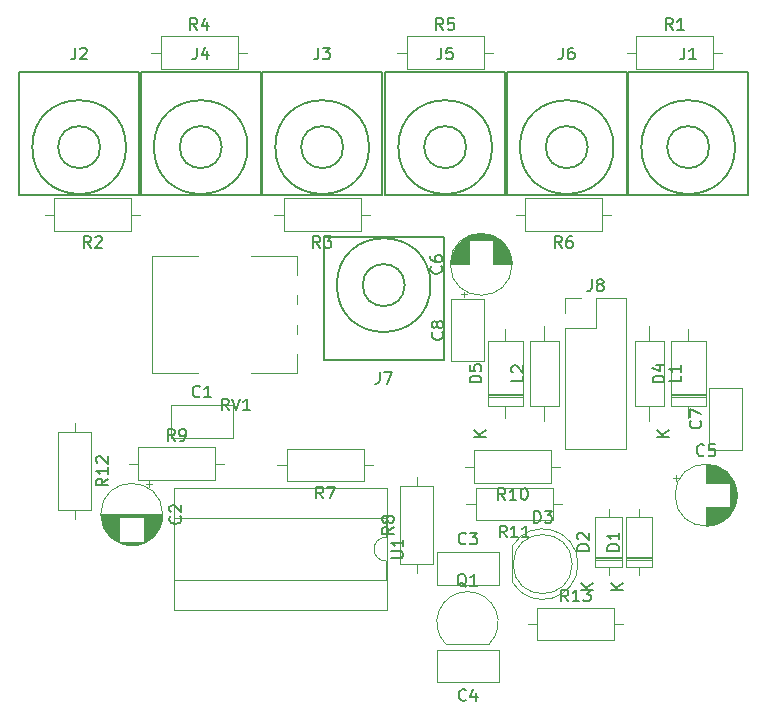
<source format=gto>
G04 #@! TF.GenerationSoftware,KiCad,Pcbnew,(5.0.2)-1*
G04 #@! TF.CreationDate,2019-03-15T10:50:12+00:00*
G04 #@! TF.ProjectId,mixer,6d697865-722e-46b6-9963-61645f706362,rev?*
G04 #@! TF.SameCoordinates,Original*
G04 #@! TF.FileFunction,Legend,Top*
G04 #@! TF.FilePolarity,Positive*
%FSLAX46Y46*%
G04 Gerber Fmt 4.6, Leading zero omitted, Abs format (unit mm)*
G04 Created by KiCad (PCBNEW (5.0.2)-1) date 15/03/2019 10:50:12*
%MOMM*%
%LPD*%
G01*
G04 APERTURE LIST*
%ADD10C,0.150000*%
%ADD11C,0.120000*%
G04 APERTURE END LIST*
D10*
G04 #@! TO.C,J1*
X111887000Y-18034000D02*
X122047000Y-18034000D01*
X122047000Y-18034000D02*
X122047000Y-28448000D01*
X122047000Y-28448000D02*
X111887000Y-28448000D01*
X111887000Y-28448000D02*
X111887000Y-18034000D01*
X120934607Y-24384000D02*
G75*
G03X120934607Y-24384000I-3967607J0D01*
G01*
X118745000Y-24384000D02*
G75*
G03X118745000Y-24384000I-1778000J0D01*
G01*
G04 #@! TO.C,J2*
X67183000Y-24384000D02*
G75*
G03X67183000Y-24384000I-1778000J0D01*
G01*
X69372607Y-24384000D02*
G75*
G03X69372607Y-24384000I-3967607J0D01*
G01*
X60325000Y-28448000D02*
X60325000Y-18034000D01*
X70485000Y-28448000D02*
X60325000Y-28448000D01*
X70485000Y-18034000D02*
X70485000Y-28448000D01*
X60325000Y-18034000D02*
X70485000Y-18034000D01*
G04 #@! TO.C,J3*
X80899000Y-18034000D02*
X91059000Y-18034000D01*
X91059000Y-18034000D02*
X91059000Y-28448000D01*
X91059000Y-28448000D02*
X80899000Y-28448000D01*
X80899000Y-28448000D02*
X80899000Y-18034000D01*
X89946607Y-24384000D02*
G75*
G03X89946607Y-24384000I-3967607J0D01*
G01*
X87757000Y-24384000D02*
G75*
G03X87757000Y-24384000I-1778000J0D01*
G01*
G04 #@! TO.C,J4*
X77470000Y-24384000D02*
G75*
G03X77470000Y-24384000I-1778000J0D01*
G01*
X79659607Y-24384000D02*
G75*
G03X79659607Y-24384000I-3967607J0D01*
G01*
X70612000Y-28448000D02*
X70612000Y-18034000D01*
X80772000Y-28448000D02*
X70612000Y-28448000D01*
X80772000Y-18034000D02*
X80772000Y-28448000D01*
X70612000Y-18034000D02*
X80772000Y-18034000D01*
G04 #@! TO.C,J5*
X91313000Y-18034000D02*
X101473000Y-18034000D01*
X101473000Y-18034000D02*
X101473000Y-28448000D01*
X101473000Y-28448000D02*
X91313000Y-28448000D01*
X91313000Y-28448000D02*
X91313000Y-18034000D01*
X100360607Y-24384000D02*
G75*
G03X100360607Y-24384000I-3967607J0D01*
G01*
X98171000Y-24384000D02*
G75*
G03X98171000Y-24384000I-1778000J0D01*
G01*
G04 #@! TO.C,J6*
X108458000Y-24384000D02*
G75*
G03X108458000Y-24384000I-1778000J0D01*
G01*
X110647607Y-24384000D02*
G75*
G03X110647607Y-24384000I-3967607J0D01*
G01*
X101600000Y-28448000D02*
X101600000Y-18034000D01*
X111760000Y-28448000D02*
X101600000Y-28448000D01*
X111760000Y-18034000D02*
X111760000Y-28448000D01*
X101600000Y-18034000D02*
X111760000Y-18034000D01*
G04 #@! TO.C,J7*
X96266000Y-42418000D02*
X86106000Y-42418000D01*
X86106000Y-42418000D02*
X86106000Y-32004000D01*
X86106000Y-32004000D02*
X96266000Y-32004000D01*
X96266000Y-32004000D02*
X96266000Y-42418000D01*
X95153607Y-36068000D02*
G75*
G03X95153607Y-36068000I-3967607J0D01*
G01*
X92964000Y-36068000D02*
G75*
G03X92964000Y-36068000I-1778000J0D01*
G01*
D11*
G04 #@! TO.C,C1*
X73179000Y-46255000D02*
X78419000Y-46255000D01*
X73179000Y-48995000D02*
X78419000Y-48995000D01*
X73179000Y-46255000D02*
X73179000Y-48995000D01*
X78419000Y-46255000D02*
X78419000Y-48995000D01*
G04 #@! TO.C,C2*
X72470000Y-55479000D02*
G75*
G03X72470000Y-55479000I-2620000J0D01*
G01*
X72430000Y-55479000D02*
X67270000Y-55479000D01*
X72430000Y-55519000D02*
X67270000Y-55519000D01*
X72429000Y-55559000D02*
X67271000Y-55559000D01*
X72428000Y-55599000D02*
X67272000Y-55599000D01*
X72426000Y-55639000D02*
X67274000Y-55639000D01*
X72423000Y-55679000D02*
X67277000Y-55679000D01*
X72419000Y-55719000D02*
X70890000Y-55719000D01*
X68810000Y-55719000D02*
X67281000Y-55719000D01*
X72415000Y-55759000D02*
X70890000Y-55759000D01*
X68810000Y-55759000D02*
X67285000Y-55759000D01*
X72411000Y-55799000D02*
X70890000Y-55799000D01*
X68810000Y-55799000D02*
X67289000Y-55799000D01*
X72406000Y-55839000D02*
X70890000Y-55839000D01*
X68810000Y-55839000D02*
X67294000Y-55839000D01*
X72400000Y-55879000D02*
X70890000Y-55879000D01*
X68810000Y-55879000D02*
X67300000Y-55879000D01*
X72393000Y-55919000D02*
X70890000Y-55919000D01*
X68810000Y-55919000D02*
X67307000Y-55919000D01*
X72386000Y-55959000D02*
X70890000Y-55959000D01*
X68810000Y-55959000D02*
X67314000Y-55959000D01*
X72378000Y-55999000D02*
X70890000Y-55999000D01*
X68810000Y-55999000D02*
X67322000Y-55999000D01*
X72370000Y-56039000D02*
X70890000Y-56039000D01*
X68810000Y-56039000D02*
X67330000Y-56039000D01*
X72361000Y-56079000D02*
X70890000Y-56079000D01*
X68810000Y-56079000D02*
X67339000Y-56079000D01*
X72351000Y-56119000D02*
X70890000Y-56119000D01*
X68810000Y-56119000D02*
X67349000Y-56119000D01*
X72341000Y-56159000D02*
X70890000Y-56159000D01*
X68810000Y-56159000D02*
X67359000Y-56159000D01*
X72330000Y-56200000D02*
X70890000Y-56200000D01*
X68810000Y-56200000D02*
X67370000Y-56200000D01*
X72318000Y-56240000D02*
X70890000Y-56240000D01*
X68810000Y-56240000D02*
X67382000Y-56240000D01*
X72305000Y-56280000D02*
X70890000Y-56280000D01*
X68810000Y-56280000D02*
X67395000Y-56280000D01*
X72292000Y-56320000D02*
X70890000Y-56320000D01*
X68810000Y-56320000D02*
X67408000Y-56320000D01*
X72278000Y-56360000D02*
X70890000Y-56360000D01*
X68810000Y-56360000D02*
X67422000Y-56360000D01*
X72264000Y-56400000D02*
X70890000Y-56400000D01*
X68810000Y-56400000D02*
X67436000Y-56400000D01*
X72248000Y-56440000D02*
X70890000Y-56440000D01*
X68810000Y-56440000D02*
X67452000Y-56440000D01*
X72232000Y-56480000D02*
X70890000Y-56480000D01*
X68810000Y-56480000D02*
X67468000Y-56480000D01*
X72215000Y-56520000D02*
X70890000Y-56520000D01*
X68810000Y-56520000D02*
X67485000Y-56520000D01*
X72198000Y-56560000D02*
X70890000Y-56560000D01*
X68810000Y-56560000D02*
X67502000Y-56560000D01*
X72179000Y-56600000D02*
X70890000Y-56600000D01*
X68810000Y-56600000D02*
X67521000Y-56600000D01*
X72160000Y-56640000D02*
X70890000Y-56640000D01*
X68810000Y-56640000D02*
X67540000Y-56640000D01*
X72140000Y-56680000D02*
X70890000Y-56680000D01*
X68810000Y-56680000D02*
X67560000Y-56680000D01*
X72118000Y-56720000D02*
X70890000Y-56720000D01*
X68810000Y-56720000D02*
X67582000Y-56720000D01*
X72097000Y-56760000D02*
X70890000Y-56760000D01*
X68810000Y-56760000D02*
X67603000Y-56760000D01*
X72074000Y-56800000D02*
X70890000Y-56800000D01*
X68810000Y-56800000D02*
X67626000Y-56800000D01*
X72050000Y-56840000D02*
X70890000Y-56840000D01*
X68810000Y-56840000D02*
X67650000Y-56840000D01*
X72025000Y-56880000D02*
X70890000Y-56880000D01*
X68810000Y-56880000D02*
X67675000Y-56880000D01*
X71999000Y-56920000D02*
X70890000Y-56920000D01*
X68810000Y-56920000D02*
X67701000Y-56920000D01*
X71972000Y-56960000D02*
X70890000Y-56960000D01*
X68810000Y-56960000D02*
X67728000Y-56960000D01*
X71945000Y-57000000D02*
X70890000Y-57000000D01*
X68810000Y-57000000D02*
X67755000Y-57000000D01*
X71915000Y-57040000D02*
X70890000Y-57040000D01*
X68810000Y-57040000D02*
X67785000Y-57040000D01*
X71885000Y-57080000D02*
X70890000Y-57080000D01*
X68810000Y-57080000D02*
X67815000Y-57080000D01*
X71854000Y-57120000D02*
X70890000Y-57120000D01*
X68810000Y-57120000D02*
X67846000Y-57120000D01*
X71821000Y-57160000D02*
X70890000Y-57160000D01*
X68810000Y-57160000D02*
X67879000Y-57160000D01*
X71787000Y-57200000D02*
X70890000Y-57200000D01*
X68810000Y-57200000D02*
X67913000Y-57200000D01*
X71751000Y-57240000D02*
X70890000Y-57240000D01*
X68810000Y-57240000D02*
X67949000Y-57240000D01*
X71714000Y-57280000D02*
X70890000Y-57280000D01*
X68810000Y-57280000D02*
X67986000Y-57280000D01*
X71676000Y-57320000D02*
X70890000Y-57320000D01*
X68810000Y-57320000D02*
X68024000Y-57320000D01*
X71635000Y-57360000D02*
X70890000Y-57360000D01*
X68810000Y-57360000D02*
X68065000Y-57360000D01*
X71593000Y-57400000D02*
X70890000Y-57400000D01*
X68810000Y-57400000D02*
X68107000Y-57400000D01*
X71549000Y-57440000D02*
X70890000Y-57440000D01*
X68810000Y-57440000D02*
X68151000Y-57440000D01*
X71503000Y-57480000D02*
X70890000Y-57480000D01*
X68810000Y-57480000D02*
X68197000Y-57480000D01*
X71455000Y-57520000D02*
X70890000Y-57520000D01*
X68810000Y-57520000D02*
X68245000Y-57520000D01*
X71404000Y-57560000D02*
X70890000Y-57560000D01*
X68810000Y-57560000D02*
X68296000Y-57560000D01*
X71350000Y-57600000D02*
X70890000Y-57600000D01*
X68810000Y-57600000D02*
X68350000Y-57600000D01*
X71293000Y-57640000D02*
X70890000Y-57640000D01*
X68810000Y-57640000D02*
X68407000Y-57640000D01*
X71233000Y-57680000D02*
X70890000Y-57680000D01*
X68810000Y-57680000D02*
X68467000Y-57680000D01*
X71169000Y-57720000D02*
X70890000Y-57720000D01*
X68810000Y-57720000D02*
X68531000Y-57720000D01*
X71101000Y-57760000D02*
X70890000Y-57760000D01*
X68810000Y-57760000D02*
X68599000Y-57760000D01*
X71028000Y-57800000D02*
X68672000Y-57800000D01*
X70948000Y-57840000D02*
X68752000Y-57840000D01*
X70861000Y-57880000D02*
X68839000Y-57880000D01*
X70765000Y-57920000D02*
X68935000Y-57920000D01*
X70655000Y-57960000D02*
X69045000Y-57960000D01*
X70527000Y-58000000D02*
X69173000Y-58000000D01*
X70368000Y-58040000D02*
X69332000Y-58040000D01*
X70134000Y-58080000D02*
X69566000Y-58080000D01*
X71325000Y-52674225D02*
X71325000Y-53174225D01*
X71575000Y-52924225D02*
X71075000Y-52924225D01*
G04 #@! TO.C,C3*
X95698000Y-58701000D02*
X100938000Y-58701000D01*
X95698000Y-61441000D02*
X100938000Y-61441000D01*
X95698000Y-58701000D02*
X95698000Y-61441000D01*
X100938000Y-58701000D02*
X100938000Y-61441000D01*
G04 #@! TO.C,C4*
X95698000Y-69696000D02*
X95698000Y-66956000D01*
X100938000Y-69696000D02*
X100938000Y-66956000D01*
X100938000Y-66956000D02*
X95698000Y-66956000D01*
X100938000Y-69696000D02*
X95698000Y-69696000D01*
G04 #@! TO.C,C5*
X121095000Y-53848000D02*
G75*
G03X121095000Y-53848000I-2620000J0D01*
G01*
X118475000Y-54888000D02*
X118475000Y-56428000D01*
X118475000Y-51268000D02*
X118475000Y-52808000D01*
X118515000Y-54888000D02*
X118515000Y-56428000D01*
X118515000Y-51268000D02*
X118515000Y-52808000D01*
X118555000Y-51269000D02*
X118555000Y-52808000D01*
X118555000Y-54888000D02*
X118555000Y-56427000D01*
X118595000Y-51270000D02*
X118595000Y-52808000D01*
X118595000Y-54888000D02*
X118595000Y-56426000D01*
X118635000Y-51272000D02*
X118635000Y-52808000D01*
X118635000Y-54888000D02*
X118635000Y-56424000D01*
X118675000Y-51275000D02*
X118675000Y-52808000D01*
X118675000Y-54888000D02*
X118675000Y-56421000D01*
X118715000Y-51279000D02*
X118715000Y-52808000D01*
X118715000Y-54888000D02*
X118715000Y-56417000D01*
X118755000Y-51283000D02*
X118755000Y-52808000D01*
X118755000Y-54888000D02*
X118755000Y-56413000D01*
X118795000Y-51287000D02*
X118795000Y-52808000D01*
X118795000Y-54888000D02*
X118795000Y-56409000D01*
X118835000Y-51292000D02*
X118835000Y-52808000D01*
X118835000Y-54888000D02*
X118835000Y-56404000D01*
X118875000Y-51298000D02*
X118875000Y-52808000D01*
X118875000Y-54888000D02*
X118875000Y-56398000D01*
X118915000Y-51305000D02*
X118915000Y-52808000D01*
X118915000Y-54888000D02*
X118915000Y-56391000D01*
X118955000Y-51312000D02*
X118955000Y-52808000D01*
X118955000Y-54888000D02*
X118955000Y-56384000D01*
X118995000Y-51320000D02*
X118995000Y-52808000D01*
X118995000Y-54888000D02*
X118995000Y-56376000D01*
X119035000Y-51328000D02*
X119035000Y-52808000D01*
X119035000Y-54888000D02*
X119035000Y-56368000D01*
X119075000Y-51337000D02*
X119075000Y-52808000D01*
X119075000Y-54888000D02*
X119075000Y-56359000D01*
X119115000Y-51347000D02*
X119115000Y-52808000D01*
X119115000Y-54888000D02*
X119115000Y-56349000D01*
X119155000Y-51357000D02*
X119155000Y-52808000D01*
X119155000Y-54888000D02*
X119155000Y-56339000D01*
X119196000Y-51368000D02*
X119196000Y-52808000D01*
X119196000Y-54888000D02*
X119196000Y-56328000D01*
X119236000Y-51380000D02*
X119236000Y-52808000D01*
X119236000Y-54888000D02*
X119236000Y-56316000D01*
X119276000Y-51393000D02*
X119276000Y-52808000D01*
X119276000Y-54888000D02*
X119276000Y-56303000D01*
X119316000Y-51406000D02*
X119316000Y-52808000D01*
X119316000Y-54888000D02*
X119316000Y-56290000D01*
X119356000Y-51420000D02*
X119356000Y-52808000D01*
X119356000Y-54888000D02*
X119356000Y-56276000D01*
X119396000Y-51434000D02*
X119396000Y-52808000D01*
X119396000Y-54888000D02*
X119396000Y-56262000D01*
X119436000Y-51450000D02*
X119436000Y-52808000D01*
X119436000Y-54888000D02*
X119436000Y-56246000D01*
X119476000Y-51466000D02*
X119476000Y-52808000D01*
X119476000Y-54888000D02*
X119476000Y-56230000D01*
X119516000Y-51483000D02*
X119516000Y-52808000D01*
X119516000Y-54888000D02*
X119516000Y-56213000D01*
X119556000Y-51500000D02*
X119556000Y-52808000D01*
X119556000Y-54888000D02*
X119556000Y-56196000D01*
X119596000Y-51519000D02*
X119596000Y-52808000D01*
X119596000Y-54888000D02*
X119596000Y-56177000D01*
X119636000Y-51538000D02*
X119636000Y-52808000D01*
X119636000Y-54888000D02*
X119636000Y-56158000D01*
X119676000Y-51558000D02*
X119676000Y-52808000D01*
X119676000Y-54888000D02*
X119676000Y-56138000D01*
X119716000Y-51580000D02*
X119716000Y-52808000D01*
X119716000Y-54888000D02*
X119716000Y-56116000D01*
X119756000Y-51601000D02*
X119756000Y-52808000D01*
X119756000Y-54888000D02*
X119756000Y-56095000D01*
X119796000Y-51624000D02*
X119796000Y-52808000D01*
X119796000Y-54888000D02*
X119796000Y-56072000D01*
X119836000Y-51648000D02*
X119836000Y-52808000D01*
X119836000Y-54888000D02*
X119836000Y-56048000D01*
X119876000Y-51673000D02*
X119876000Y-52808000D01*
X119876000Y-54888000D02*
X119876000Y-56023000D01*
X119916000Y-51699000D02*
X119916000Y-52808000D01*
X119916000Y-54888000D02*
X119916000Y-55997000D01*
X119956000Y-51726000D02*
X119956000Y-52808000D01*
X119956000Y-54888000D02*
X119956000Y-55970000D01*
X119996000Y-51753000D02*
X119996000Y-52808000D01*
X119996000Y-54888000D02*
X119996000Y-55943000D01*
X120036000Y-51783000D02*
X120036000Y-52808000D01*
X120036000Y-54888000D02*
X120036000Y-55913000D01*
X120076000Y-51813000D02*
X120076000Y-52808000D01*
X120076000Y-54888000D02*
X120076000Y-55883000D01*
X120116000Y-51844000D02*
X120116000Y-52808000D01*
X120116000Y-54888000D02*
X120116000Y-55852000D01*
X120156000Y-51877000D02*
X120156000Y-52808000D01*
X120156000Y-54888000D02*
X120156000Y-55819000D01*
X120196000Y-51911000D02*
X120196000Y-52808000D01*
X120196000Y-54888000D02*
X120196000Y-55785000D01*
X120236000Y-51947000D02*
X120236000Y-52808000D01*
X120236000Y-54888000D02*
X120236000Y-55749000D01*
X120276000Y-51984000D02*
X120276000Y-52808000D01*
X120276000Y-54888000D02*
X120276000Y-55712000D01*
X120316000Y-52022000D02*
X120316000Y-52808000D01*
X120316000Y-54888000D02*
X120316000Y-55674000D01*
X120356000Y-52063000D02*
X120356000Y-52808000D01*
X120356000Y-54888000D02*
X120356000Y-55633000D01*
X120396000Y-52105000D02*
X120396000Y-52808000D01*
X120396000Y-54888000D02*
X120396000Y-55591000D01*
X120436000Y-52149000D02*
X120436000Y-52808000D01*
X120436000Y-54888000D02*
X120436000Y-55547000D01*
X120476000Y-52195000D02*
X120476000Y-52808000D01*
X120476000Y-54888000D02*
X120476000Y-55501000D01*
X120516000Y-52243000D02*
X120516000Y-55453000D01*
X120556000Y-52294000D02*
X120556000Y-55402000D01*
X120596000Y-52348000D02*
X120596000Y-55348000D01*
X120636000Y-52405000D02*
X120636000Y-55291000D01*
X120676000Y-52465000D02*
X120676000Y-55231000D01*
X120716000Y-52529000D02*
X120716000Y-55167000D01*
X120756000Y-52597000D02*
X120756000Y-55099000D01*
X120796000Y-52670000D02*
X120796000Y-55026000D01*
X120836000Y-52750000D02*
X120836000Y-54946000D01*
X120876000Y-52837000D02*
X120876000Y-54859000D01*
X120916000Y-52933000D02*
X120916000Y-54763000D01*
X120956000Y-53043000D02*
X120956000Y-54653000D01*
X120996000Y-53171000D02*
X120996000Y-54525000D01*
X121036000Y-53330000D02*
X121036000Y-54366000D01*
X121076000Y-53564000D02*
X121076000Y-54132000D01*
X115670225Y-52373000D02*
X116170225Y-52373000D01*
X115920225Y-52123000D02*
X115920225Y-52623000D01*
G04 #@! TO.C,C6*
X97716000Y-36860775D02*
X98216000Y-36860775D01*
X97966000Y-37110775D02*
X97966000Y-36610775D01*
X99157000Y-31705000D02*
X99725000Y-31705000D01*
X98923000Y-31745000D02*
X99959000Y-31745000D01*
X98764000Y-31785000D02*
X100118000Y-31785000D01*
X98636000Y-31825000D02*
X100246000Y-31825000D01*
X98526000Y-31865000D02*
X100356000Y-31865000D01*
X98430000Y-31905000D02*
X100452000Y-31905000D01*
X98343000Y-31945000D02*
X100539000Y-31945000D01*
X98263000Y-31985000D02*
X100619000Y-31985000D01*
X98190000Y-32025000D02*
X100692000Y-32025000D01*
X98122000Y-32065000D02*
X100760000Y-32065000D01*
X98058000Y-32105000D02*
X100824000Y-32105000D01*
X97998000Y-32145000D02*
X100884000Y-32145000D01*
X97941000Y-32185000D02*
X100941000Y-32185000D01*
X97887000Y-32225000D02*
X100995000Y-32225000D01*
X97836000Y-32265000D02*
X101046000Y-32265000D01*
X100481000Y-32305000D02*
X101094000Y-32305000D01*
X97788000Y-32305000D02*
X98401000Y-32305000D01*
X100481000Y-32345000D02*
X101140000Y-32345000D01*
X97742000Y-32345000D02*
X98401000Y-32345000D01*
X100481000Y-32385000D02*
X101184000Y-32385000D01*
X97698000Y-32385000D02*
X98401000Y-32385000D01*
X100481000Y-32425000D02*
X101226000Y-32425000D01*
X97656000Y-32425000D02*
X98401000Y-32425000D01*
X100481000Y-32465000D02*
X101267000Y-32465000D01*
X97615000Y-32465000D02*
X98401000Y-32465000D01*
X100481000Y-32505000D02*
X101305000Y-32505000D01*
X97577000Y-32505000D02*
X98401000Y-32505000D01*
X100481000Y-32545000D02*
X101342000Y-32545000D01*
X97540000Y-32545000D02*
X98401000Y-32545000D01*
X100481000Y-32585000D02*
X101378000Y-32585000D01*
X97504000Y-32585000D02*
X98401000Y-32585000D01*
X100481000Y-32625000D02*
X101412000Y-32625000D01*
X97470000Y-32625000D02*
X98401000Y-32625000D01*
X100481000Y-32665000D02*
X101445000Y-32665000D01*
X97437000Y-32665000D02*
X98401000Y-32665000D01*
X100481000Y-32705000D02*
X101476000Y-32705000D01*
X97406000Y-32705000D02*
X98401000Y-32705000D01*
X100481000Y-32745000D02*
X101506000Y-32745000D01*
X97376000Y-32745000D02*
X98401000Y-32745000D01*
X100481000Y-32785000D02*
X101536000Y-32785000D01*
X97346000Y-32785000D02*
X98401000Y-32785000D01*
X100481000Y-32825000D02*
X101563000Y-32825000D01*
X97319000Y-32825000D02*
X98401000Y-32825000D01*
X100481000Y-32865000D02*
X101590000Y-32865000D01*
X97292000Y-32865000D02*
X98401000Y-32865000D01*
X100481000Y-32905000D02*
X101616000Y-32905000D01*
X97266000Y-32905000D02*
X98401000Y-32905000D01*
X100481000Y-32945000D02*
X101641000Y-32945000D01*
X97241000Y-32945000D02*
X98401000Y-32945000D01*
X100481000Y-32985000D02*
X101665000Y-32985000D01*
X97217000Y-32985000D02*
X98401000Y-32985000D01*
X100481000Y-33025000D02*
X101688000Y-33025000D01*
X97194000Y-33025000D02*
X98401000Y-33025000D01*
X100481000Y-33065000D02*
X101709000Y-33065000D01*
X97173000Y-33065000D02*
X98401000Y-33065000D01*
X100481000Y-33105000D02*
X101731000Y-33105000D01*
X97151000Y-33105000D02*
X98401000Y-33105000D01*
X100481000Y-33145000D02*
X101751000Y-33145000D01*
X97131000Y-33145000D02*
X98401000Y-33145000D01*
X100481000Y-33185000D02*
X101770000Y-33185000D01*
X97112000Y-33185000D02*
X98401000Y-33185000D01*
X100481000Y-33225000D02*
X101789000Y-33225000D01*
X97093000Y-33225000D02*
X98401000Y-33225000D01*
X100481000Y-33265000D02*
X101806000Y-33265000D01*
X97076000Y-33265000D02*
X98401000Y-33265000D01*
X100481000Y-33305000D02*
X101823000Y-33305000D01*
X97059000Y-33305000D02*
X98401000Y-33305000D01*
X100481000Y-33345000D02*
X101839000Y-33345000D01*
X97043000Y-33345000D02*
X98401000Y-33345000D01*
X100481000Y-33385000D02*
X101855000Y-33385000D01*
X97027000Y-33385000D02*
X98401000Y-33385000D01*
X100481000Y-33425000D02*
X101869000Y-33425000D01*
X97013000Y-33425000D02*
X98401000Y-33425000D01*
X100481000Y-33465000D02*
X101883000Y-33465000D01*
X96999000Y-33465000D02*
X98401000Y-33465000D01*
X100481000Y-33505000D02*
X101896000Y-33505000D01*
X96986000Y-33505000D02*
X98401000Y-33505000D01*
X100481000Y-33545000D02*
X101909000Y-33545000D01*
X96973000Y-33545000D02*
X98401000Y-33545000D01*
X100481000Y-33585000D02*
X101921000Y-33585000D01*
X96961000Y-33585000D02*
X98401000Y-33585000D01*
X100481000Y-33626000D02*
X101932000Y-33626000D01*
X96950000Y-33626000D02*
X98401000Y-33626000D01*
X100481000Y-33666000D02*
X101942000Y-33666000D01*
X96940000Y-33666000D02*
X98401000Y-33666000D01*
X100481000Y-33706000D02*
X101952000Y-33706000D01*
X96930000Y-33706000D02*
X98401000Y-33706000D01*
X100481000Y-33746000D02*
X101961000Y-33746000D01*
X96921000Y-33746000D02*
X98401000Y-33746000D01*
X100481000Y-33786000D02*
X101969000Y-33786000D01*
X96913000Y-33786000D02*
X98401000Y-33786000D01*
X100481000Y-33826000D02*
X101977000Y-33826000D01*
X96905000Y-33826000D02*
X98401000Y-33826000D01*
X100481000Y-33866000D02*
X101984000Y-33866000D01*
X96898000Y-33866000D02*
X98401000Y-33866000D01*
X100481000Y-33906000D02*
X101991000Y-33906000D01*
X96891000Y-33906000D02*
X98401000Y-33906000D01*
X100481000Y-33946000D02*
X101997000Y-33946000D01*
X96885000Y-33946000D02*
X98401000Y-33946000D01*
X100481000Y-33986000D02*
X102002000Y-33986000D01*
X96880000Y-33986000D02*
X98401000Y-33986000D01*
X100481000Y-34026000D02*
X102006000Y-34026000D01*
X96876000Y-34026000D02*
X98401000Y-34026000D01*
X100481000Y-34066000D02*
X102010000Y-34066000D01*
X96872000Y-34066000D02*
X98401000Y-34066000D01*
X100481000Y-34106000D02*
X102014000Y-34106000D01*
X96868000Y-34106000D02*
X98401000Y-34106000D01*
X100481000Y-34146000D02*
X102017000Y-34146000D01*
X96865000Y-34146000D02*
X98401000Y-34146000D01*
X100481000Y-34186000D02*
X102019000Y-34186000D01*
X96863000Y-34186000D02*
X98401000Y-34186000D01*
X100481000Y-34226000D02*
X102020000Y-34226000D01*
X96862000Y-34226000D02*
X98401000Y-34226000D01*
X96861000Y-34266000D02*
X98401000Y-34266000D01*
X100481000Y-34266000D02*
X102021000Y-34266000D01*
X96861000Y-34306000D02*
X98401000Y-34306000D01*
X100481000Y-34306000D02*
X102021000Y-34306000D01*
X102061000Y-34306000D02*
G75*
G03X102061000Y-34306000I-2620000J0D01*
G01*
G04 #@! TO.C,C7*
X118772000Y-50011000D02*
X118772000Y-44771000D01*
X121512000Y-50011000D02*
X121512000Y-44771000D01*
X118772000Y-50011000D02*
X121512000Y-50011000D01*
X118772000Y-44771000D02*
X121512000Y-44771000D01*
G04 #@! TO.C,C8*
X96928000Y-37278000D02*
X99668000Y-37278000D01*
X96928000Y-42518000D02*
X99668000Y-42518000D01*
X99668000Y-42518000D02*
X99668000Y-37278000D01*
X96928000Y-42518000D02*
X96928000Y-37278000D01*
G04 #@! TO.C,D1*
X111671001Y-59927999D02*
X113911001Y-59927999D01*
X113911001Y-59927999D02*
X113911001Y-55687999D01*
X113911001Y-55687999D02*
X111671001Y-55687999D01*
X111671001Y-55687999D02*
X111671001Y-59927999D01*
X112791001Y-60577999D02*
X112791001Y-59927999D01*
X112791001Y-55037999D02*
X112791001Y-55687999D01*
X111671001Y-59207999D02*
X113911001Y-59207999D01*
X111671001Y-59087999D02*
X113911001Y-59087999D01*
X111671001Y-59327999D02*
X113911001Y-59327999D01*
G04 #@! TO.C,D2*
X109121001Y-59327999D02*
X111361001Y-59327999D01*
X109121001Y-59087999D02*
X111361001Y-59087999D01*
X109121001Y-59207999D02*
X111361001Y-59207999D01*
X110241001Y-55037999D02*
X110241001Y-55687999D01*
X110241001Y-60577999D02*
X110241001Y-59927999D01*
X109121001Y-55687999D02*
X109121001Y-59927999D01*
X111361001Y-55687999D02*
X109121001Y-55687999D01*
X111361001Y-59927999D02*
X111361001Y-55687999D01*
X109121001Y-59927999D02*
X111361001Y-59927999D01*
G04 #@! TO.C,D3*
X107638000Y-59690462D02*
G75*
G03X102088000Y-58145170I-2990000J462D01*
G01*
X107638000Y-59689538D02*
G75*
G02X102088000Y-61234830I-2990000J-462D01*
G01*
X107148000Y-59690000D02*
G75*
G03X107148000Y-59690000I-2500000J0D01*
G01*
X102088000Y-58145000D02*
X102088000Y-61235000D01*
G04 #@! TO.C,D4*
X115497000Y-46281000D02*
X118437000Y-46281000D01*
X118437000Y-46281000D02*
X118437000Y-40841000D01*
X118437000Y-40841000D02*
X115497000Y-40841000D01*
X115497000Y-40841000D02*
X115497000Y-46281000D01*
X116967000Y-47301000D02*
X116967000Y-46281000D01*
X116967000Y-39821000D02*
X116967000Y-40841000D01*
X115497000Y-45381000D02*
X118437000Y-45381000D01*
X115497000Y-45261000D02*
X118437000Y-45261000D01*
X115497000Y-45501000D02*
X118437000Y-45501000D01*
G04 #@! TO.C,D5*
X100003000Y-45501000D02*
X102943000Y-45501000D01*
X100003000Y-45261000D02*
X102943000Y-45261000D01*
X100003000Y-45381000D02*
X102943000Y-45381000D01*
X101473000Y-39821000D02*
X101473000Y-40841000D01*
X101473000Y-47301000D02*
X101473000Y-46281000D01*
X100003000Y-40841000D02*
X100003000Y-46281000D01*
X102943000Y-40841000D02*
X100003000Y-40841000D01*
X102943000Y-46281000D02*
X102943000Y-40841000D01*
X100003000Y-46281000D02*
X102943000Y-46281000D01*
G04 #@! TO.C,J8*
X106540001Y-49950001D02*
X111740001Y-49950001D01*
X106540001Y-39730001D02*
X106540001Y-49950001D01*
X111740001Y-37130001D02*
X111740001Y-49950001D01*
X106540001Y-39730001D02*
X109140001Y-39730001D01*
X109140001Y-39730001D02*
X109140001Y-37130001D01*
X109140001Y-37130001D02*
X111740001Y-37130001D01*
X106540001Y-38460001D02*
X106540001Y-37130001D01*
X106540001Y-37130001D02*
X107870001Y-37130001D01*
G04 #@! TO.C,L1*
X113665000Y-47601000D02*
X113665000Y-46331000D01*
X113665000Y-39521000D02*
X113665000Y-40791000D01*
X114885000Y-46331000D02*
X114885000Y-40791000D01*
X112445000Y-46331000D02*
X114885000Y-46331000D01*
X112445000Y-40791000D02*
X112445000Y-46331000D01*
X114885000Y-40791000D02*
X112445000Y-40791000D01*
G04 #@! TO.C,L2*
X103555000Y-46331000D02*
X105995000Y-46331000D01*
X105995000Y-46331000D02*
X105995000Y-40791000D01*
X105995000Y-40791000D02*
X103555000Y-40791000D01*
X103555000Y-40791000D02*
X103555000Y-46331000D01*
X104775000Y-47601000D02*
X104775000Y-46331000D01*
X104775000Y-39521000D02*
X104775000Y-40791000D01*
G04 #@! TO.C,Q1*
X96483001Y-66473001D02*
X100083001Y-66473001D01*
X96444523Y-66461479D02*
G75*
G02X98283001Y-62023001I1838478J1838478D01*
G01*
X100121479Y-66461479D02*
G75*
G03X98283001Y-62023001I-1838478J1838478D01*
G01*
G04 #@! TO.C,R1*
X119864000Y-16383000D02*
X119094000Y-16383000D01*
X111784000Y-16383000D02*
X112554000Y-16383000D01*
X119094000Y-15013000D02*
X112554000Y-15013000D01*
X119094000Y-17753000D02*
X119094000Y-15013000D01*
X112554000Y-17753000D02*
X119094000Y-17753000D01*
X112554000Y-15013000D02*
X112554000Y-17753000D01*
G04 #@! TO.C,R3*
X89249000Y-31469000D02*
X89249000Y-28729000D01*
X89249000Y-28729000D02*
X82709000Y-28729000D01*
X82709000Y-28729000D02*
X82709000Y-31469000D01*
X82709000Y-31469000D02*
X89249000Y-31469000D01*
X90019000Y-30099000D02*
X89249000Y-30099000D01*
X81939000Y-30099000D02*
X82709000Y-30099000D01*
G04 #@! TO.C,R4*
X79605000Y-16383000D02*
X78835000Y-16383000D01*
X71525000Y-16383000D02*
X72295000Y-16383000D01*
X78835000Y-15013000D02*
X72295000Y-15013000D01*
X78835000Y-17753000D02*
X78835000Y-15013000D01*
X72295000Y-17753000D02*
X78835000Y-17753000D01*
X72295000Y-15013000D02*
X72295000Y-17753000D01*
G04 #@! TO.C,R5*
X93123000Y-15013000D02*
X93123000Y-17753000D01*
X93123000Y-17753000D02*
X99663000Y-17753000D01*
X99663000Y-17753000D02*
X99663000Y-15013000D01*
X99663000Y-15013000D02*
X93123000Y-15013000D01*
X92353000Y-16383000D02*
X93123000Y-16383000D01*
X100433000Y-16383000D02*
X99663000Y-16383000D01*
G04 #@! TO.C,R6*
X102386000Y-30099000D02*
X103156000Y-30099000D01*
X110466000Y-30099000D02*
X109696000Y-30099000D01*
X103156000Y-31469000D02*
X109696000Y-31469000D01*
X103156000Y-28729000D02*
X103156000Y-31469000D01*
X109696000Y-28729000D02*
X103156000Y-28729000D01*
X109696000Y-31469000D02*
X109696000Y-28729000D01*
G04 #@! TO.C,R7*
X89503000Y-52678000D02*
X89503000Y-49938000D01*
X89503000Y-49938000D02*
X82963000Y-49938000D01*
X82963000Y-49938000D02*
X82963000Y-52678000D01*
X82963000Y-52678000D02*
X89503000Y-52678000D01*
X90273000Y-51308000D02*
X89503000Y-51308000D01*
X82193000Y-51308000D02*
X82963000Y-51308000D01*
G04 #@! TO.C,R8*
X93980000Y-52348000D02*
X93980000Y-53118000D01*
X93980000Y-60428000D02*
X93980000Y-59658000D01*
X92610000Y-53118000D02*
X92610000Y-59658000D01*
X95350000Y-53118000D02*
X92610000Y-53118000D01*
X95350000Y-59658000D02*
X95350000Y-53118000D01*
X92610000Y-59658000D02*
X95350000Y-59658000D01*
G04 #@! TO.C,R9*
X70390000Y-49811000D02*
X70390000Y-52551000D01*
X70390000Y-52551000D02*
X76930000Y-52551000D01*
X76930000Y-52551000D02*
X76930000Y-49811000D01*
X76930000Y-49811000D02*
X70390000Y-49811000D01*
X69620000Y-51181000D02*
X70390000Y-51181000D01*
X77700000Y-51181000D02*
X76930000Y-51181000D01*
G04 #@! TO.C,R10*
X98068000Y-51435000D02*
X98838000Y-51435000D01*
X106148000Y-51435000D02*
X105378000Y-51435000D01*
X98838000Y-52805000D02*
X105378000Y-52805000D01*
X98838000Y-50065000D02*
X98838000Y-52805000D01*
X105378000Y-50065000D02*
X98838000Y-50065000D01*
X105378000Y-52805000D02*
X105378000Y-50065000D01*
G04 #@! TO.C,R11*
X105505000Y-55980000D02*
X105505000Y-53240000D01*
X105505000Y-53240000D02*
X98965000Y-53240000D01*
X98965000Y-53240000D02*
X98965000Y-55980000D01*
X98965000Y-55980000D02*
X105505000Y-55980000D01*
X106275000Y-54610000D02*
X105505000Y-54610000D01*
X98195000Y-54610000D02*
X98965000Y-54610000D01*
G04 #@! TO.C,R12*
X65024000Y-55856000D02*
X65024000Y-55086000D01*
X65024000Y-47776000D02*
X65024000Y-48546000D01*
X66394000Y-55086000D02*
X66394000Y-48546000D01*
X63654000Y-55086000D02*
X66394000Y-55086000D01*
X63654000Y-48546000D02*
X63654000Y-55086000D01*
X66394000Y-48546000D02*
X63654000Y-48546000D01*
G04 #@! TO.C,R13*
X104172000Y-63400000D02*
X104172000Y-66140000D01*
X104172000Y-66140000D02*
X110712000Y-66140000D01*
X110712000Y-66140000D02*
X110712000Y-63400000D01*
X110712000Y-63400000D02*
X104172000Y-63400000D01*
X103402000Y-64770000D02*
X104172000Y-64770000D01*
X111482000Y-64770000D02*
X110712000Y-64770000D01*
G04 #@! TO.C,RV1*
X83829000Y-43538000D02*
X79964000Y-43538000D01*
X75454000Y-43538000D02*
X71589000Y-43538000D01*
X83829000Y-33598000D02*
X79964000Y-33598000D01*
X75454000Y-33598000D02*
X71589000Y-33598000D01*
X83829000Y-43538000D02*
X83829000Y-41939000D01*
X83829000Y-40197000D02*
X83829000Y-39438000D01*
X83829000Y-37697000D02*
X83829000Y-36938000D01*
X83829000Y-35198000D02*
X83829000Y-33598000D01*
X71589000Y-43538000D02*
X71589000Y-33598000D01*
G04 #@! TO.C,U1*
X91373000Y-59420000D02*
G75*
G02X91373000Y-57420000I0J1000000D01*
G01*
X91373000Y-57420000D02*
X91373000Y-55770000D01*
X91373000Y-55770000D02*
X73473000Y-55770000D01*
X73473000Y-55770000D02*
X73473000Y-61070000D01*
X73473000Y-61070000D02*
X91373000Y-61070000D01*
X91373000Y-61070000D02*
X91373000Y-59420000D01*
X91433000Y-53280000D02*
X73413000Y-53280000D01*
X73413000Y-53280000D02*
X73413000Y-63560000D01*
X73413000Y-63560000D02*
X91433000Y-63560000D01*
X91433000Y-63560000D02*
X91433000Y-53280000D01*
G04 #@! TO.C,R2*
X69818000Y-31469000D02*
X69818000Y-28729000D01*
X69818000Y-28729000D02*
X63278000Y-28729000D01*
X63278000Y-28729000D02*
X63278000Y-31469000D01*
X63278000Y-31469000D02*
X69818000Y-31469000D01*
X70588000Y-30099000D02*
X69818000Y-30099000D01*
X62508000Y-30099000D02*
X63278000Y-30099000D01*
G04 #@! TO.C,J1*
D10*
X116633666Y-15954380D02*
X116633666Y-16668666D01*
X116586047Y-16811523D01*
X116490809Y-16906761D01*
X116347952Y-16954380D01*
X116252714Y-16954380D01*
X117633666Y-16954380D02*
X117062238Y-16954380D01*
X117347952Y-16954380D02*
X117347952Y-15954380D01*
X117252714Y-16097238D01*
X117157476Y-16192476D01*
X117062238Y-16240095D01*
G04 #@! TO.C,J2*
X65071666Y-15954380D02*
X65071666Y-16668666D01*
X65024047Y-16811523D01*
X64928809Y-16906761D01*
X64785952Y-16954380D01*
X64690714Y-16954380D01*
X65500238Y-16049619D02*
X65547857Y-16002000D01*
X65643095Y-15954380D01*
X65881190Y-15954380D01*
X65976428Y-16002000D01*
X66024047Y-16049619D01*
X66071666Y-16144857D01*
X66071666Y-16240095D01*
X66024047Y-16382952D01*
X65452619Y-16954380D01*
X66071666Y-16954380D01*
G04 #@! TO.C,J3*
X85645666Y-15954380D02*
X85645666Y-16668666D01*
X85598047Y-16811523D01*
X85502809Y-16906761D01*
X85359952Y-16954380D01*
X85264714Y-16954380D01*
X86026619Y-15954380D02*
X86645666Y-15954380D01*
X86312333Y-16335333D01*
X86455190Y-16335333D01*
X86550428Y-16382952D01*
X86598047Y-16430571D01*
X86645666Y-16525809D01*
X86645666Y-16763904D01*
X86598047Y-16859142D01*
X86550428Y-16906761D01*
X86455190Y-16954380D01*
X86169476Y-16954380D01*
X86074238Y-16906761D01*
X86026619Y-16859142D01*
G04 #@! TO.C,J4*
X75358666Y-15954380D02*
X75358666Y-16668666D01*
X75311047Y-16811523D01*
X75215809Y-16906761D01*
X75072952Y-16954380D01*
X74977714Y-16954380D01*
X76263428Y-16287714D02*
X76263428Y-16954380D01*
X76025333Y-15906761D02*
X75787238Y-16621047D01*
X76406285Y-16621047D01*
G04 #@! TO.C,J5*
X96059666Y-15954380D02*
X96059666Y-16668666D01*
X96012047Y-16811523D01*
X95916809Y-16906761D01*
X95773952Y-16954380D01*
X95678714Y-16954380D01*
X97012047Y-15954380D02*
X96535857Y-15954380D01*
X96488238Y-16430571D01*
X96535857Y-16382952D01*
X96631095Y-16335333D01*
X96869190Y-16335333D01*
X96964428Y-16382952D01*
X97012047Y-16430571D01*
X97059666Y-16525809D01*
X97059666Y-16763904D01*
X97012047Y-16859142D01*
X96964428Y-16906761D01*
X96869190Y-16954380D01*
X96631095Y-16954380D01*
X96535857Y-16906761D01*
X96488238Y-16859142D01*
G04 #@! TO.C,J6*
X106346666Y-15954380D02*
X106346666Y-16668666D01*
X106299047Y-16811523D01*
X106203809Y-16906761D01*
X106060952Y-16954380D01*
X105965714Y-16954380D01*
X107251428Y-15954380D02*
X107060952Y-15954380D01*
X106965714Y-16002000D01*
X106918095Y-16049619D01*
X106822857Y-16192476D01*
X106775238Y-16382952D01*
X106775238Y-16763904D01*
X106822857Y-16859142D01*
X106870476Y-16906761D01*
X106965714Y-16954380D01*
X107156190Y-16954380D01*
X107251428Y-16906761D01*
X107299047Y-16859142D01*
X107346666Y-16763904D01*
X107346666Y-16525809D01*
X107299047Y-16430571D01*
X107251428Y-16382952D01*
X107156190Y-16335333D01*
X106965714Y-16335333D01*
X106870476Y-16382952D01*
X106822857Y-16430571D01*
X106775238Y-16525809D01*
G04 #@! TO.C,J7*
X90852666Y-43402380D02*
X90852666Y-44116666D01*
X90805047Y-44259523D01*
X90709809Y-44354761D01*
X90566952Y-44402380D01*
X90471714Y-44402380D01*
X91233619Y-43402380D02*
X91900285Y-43402380D01*
X91471714Y-44402380D01*
G04 #@! TO.C,C1*
X75632333Y-45482142D02*
X75584714Y-45529761D01*
X75441857Y-45577380D01*
X75346619Y-45577380D01*
X75203761Y-45529761D01*
X75108523Y-45434523D01*
X75060904Y-45339285D01*
X75013285Y-45148809D01*
X75013285Y-45005952D01*
X75060904Y-44815476D01*
X75108523Y-44720238D01*
X75203761Y-44625000D01*
X75346619Y-44577380D01*
X75441857Y-44577380D01*
X75584714Y-44625000D01*
X75632333Y-44672619D01*
X76584714Y-45577380D02*
X76013285Y-45577380D01*
X76299000Y-45577380D02*
X76299000Y-44577380D01*
X76203761Y-44720238D01*
X76108523Y-44815476D01*
X76013285Y-44863095D01*
G04 #@! TO.C,C2*
X73957142Y-55645666D02*
X74004761Y-55693285D01*
X74052380Y-55836142D01*
X74052380Y-55931380D01*
X74004761Y-56074238D01*
X73909523Y-56169476D01*
X73814285Y-56217095D01*
X73623809Y-56264714D01*
X73480952Y-56264714D01*
X73290476Y-56217095D01*
X73195238Y-56169476D01*
X73100000Y-56074238D01*
X73052380Y-55931380D01*
X73052380Y-55836142D01*
X73100000Y-55693285D01*
X73147619Y-55645666D01*
X73147619Y-55264714D02*
X73100000Y-55217095D01*
X73052380Y-55121857D01*
X73052380Y-54883761D01*
X73100000Y-54788523D01*
X73147619Y-54740904D01*
X73242857Y-54693285D01*
X73338095Y-54693285D01*
X73480952Y-54740904D01*
X74052380Y-55312333D01*
X74052380Y-54693285D01*
G04 #@! TO.C,C3*
X98151333Y-57928142D02*
X98103714Y-57975761D01*
X97960857Y-58023380D01*
X97865619Y-58023380D01*
X97722761Y-57975761D01*
X97627523Y-57880523D01*
X97579904Y-57785285D01*
X97532285Y-57594809D01*
X97532285Y-57451952D01*
X97579904Y-57261476D01*
X97627523Y-57166238D01*
X97722761Y-57071000D01*
X97865619Y-57023380D01*
X97960857Y-57023380D01*
X98103714Y-57071000D01*
X98151333Y-57118619D01*
X98484666Y-57023380D02*
X99103714Y-57023380D01*
X98770380Y-57404333D01*
X98913238Y-57404333D01*
X99008476Y-57451952D01*
X99056095Y-57499571D01*
X99103714Y-57594809D01*
X99103714Y-57832904D01*
X99056095Y-57928142D01*
X99008476Y-57975761D01*
X98913238Y-58023380D01*
X98627523Y-58023380D01*
X98532285Y-57975761D01*
X98484666Y-57928142D01*
G04 #@! TO.C,C4*
X98151333Y-71183142D02*
X98103714Y-71230761D01*
X97960857Y-71278380D01*
X97865619Y-71278380D01*
X97722761Y-71230761D01*
X97627523Y-71135523D01*
X97579904Y-71040285D01*
X97532285Y-70849809D01*
X97532285Y-70706952D01*
X97579904Y-70516476D01*
X97627523Y-70421238D01*
X97722761Y-70326000D01*
X97865619Y-70278380D01*
X97960857Y-70278380D01*
X98103714Y-70326000D01*
X98151333Y-70373619D01*
X99008476Y-70611714D02*
X99008476Y-71278380D01*
X98770380Y-70230761D02*
X98532285Y-70945047D01*
X99151333Y-70945047D01*
G04 #@! TO.C,C5*
X118308333Y-50455142D02*
X118260714Y-50502761D01*
X118117857Y-50550380D01*
X118022619Y-50550380D01*
X117879761Y-50502761D01*
X117784523Y-50407523D01*
X117736904Y-50312285D01*
X117689285Y-50121809D01*
X117689285Y-49978952D01*
X117736904Y-49788476D01*
X117784523Y-49693238D01*
X117879761Y-49598000D01*
X118022619Y-49550380D01*
X118117857Y-49550380D01*
X118260714Y-49598000D01*
X118308333Y-49645619D01*
X119213095Y-49550380D02*
X118736904Y-49550380D01*
X118689285Y-50026571D01*
X118736904Y-49978952D01*
X118832142Y-49931333D01*
X119070238Y-49931333D01*
X119165476Y-49978952D01*
X119213095Y-50026571D01*
X119260714Y-50121809D01*
X119260714Y-50359904D01*
X119213095Y-50455142D01*
X119165476Y-50502761D01*
X119070238Y-50550380D01*
X118832142Y-50550380D01*
X118736904Y-50502761D01*
X118689285Y-50455142D01*
G04 #@! TO.C,C6*
X96048142Y-34472666D02*
X96095761Y-34520285D01*
X96143380Y-34663142D01*
X96143380Y-34758380D01*
X96095761Y-34901238D01*
X96000523Y-34996476D01*
X95905285Y-35044095D01*
X95714809Y-35091714D01*
X95571952Y-35091714D01*
X95381476Y-35044095D01*
X95286238Y-34996476D01*
X95191000Y-34901238D01*
X95143380Y-34758380D01*
X95143380Y-34663142D01*
X95191000Y-34520285D01*
X95238619Y-34472666D01*
X95143380Y-33615523D02*
X95143380Y-33806000D01*
X95191000Y-33901238D01*
X95238619Y-33948857D01*
X95381476Y-34044095D01*
X95571952Y-34091714D01*
X95952904Y-34091714D01*
X96048142Y-34044095D01*
X96095761Y-33996476D01*
X96143380Y-33901238D01*
X96143380Y-33710761D01*
X96095761Y-33615523D01*
X96048142Y-33567904D01*
X95952904Y-33520285D01*
X95714809Y-33520285D01*
X95619571Y-33567904D01*
X95571952Y-33615523D01*
X95524333Y-33710761D01*
X95524333Y-33901238D01*
X95571952Y-33996476D01*
X95619571Y-34044095D01*
X95714809Y-34091714D01*
G04 #@! TO.C,C7*
X117999142Y-47557666D02*
X118046761Y-47605285D01*
X118094380Y-47748142D01*
X118094380Y-47843380D01*
X118046761Y-47986238D01*
X117951523Y-48081476D01*
X117856285Y-48129095D01*
X117665809Y-48176714D01*
X117522952Y-48176714D01*
X117332476Y-48129095D01*
X117237238Y-48081476D01*
X117142000Y-47986238D01*
X117094380Y-47843380D01*
X117094380Y-47748142D01*
X117142000Y-47605285D01*
X117189619Y-47557666D01*
X117094380Y-47224333D02*
X117094380Y-46557666D01*
X118094380Y-46986238D01*
G04 #@! TO.C,C8*
X96155142Y-40064666D02*
X96202761Y-40112285D01*
X96250380Y-40255142D01*
X96250380Y-40350380D01*
X96202761Y-40493238D01*
X96107523Y-40588476D01*
X96012285Y-40636095D01*
X95821809Y-40683714D01*
X95678952Y-40683714D01*
X95488476Y-40636095D01*
X95393238Y-40588476D01*
X95298000Y-40493238D01*
X95250380Y-40350380D01*
X95250380Y-40255142D01*
X95298000Y-40112285D01*
X95345619Y-40064666D01*
X95678952Y-39493238D02*
X95631333Y-39588476D01*
X95583714Y-39636095D01*
X95488476Y-39683714D01*
X95440857Y-39683714D01*
X95345619Y-39636095D01*
X95298000Y-39588476D01*
X95250380Y-39493238D01*
X95250380Y-39302761D01*
X95298000Y-39207523D01*
X95345619Y-39159904D01*
X95440857Y-39112285D01*
X95488476Y-39112285D01*
X95583714Y-39159904D01*
X95631333Y-39207523D01*
X95678952Y-39302761D01*
X95678952Y-39493238D01*
X95726571Y-39588476D01*
X95774190Y-39636095D01*
X95869428Y-39683714D01*
X96059904Y-39683714D01*
X96155142Y-39636095D01*
X96202761Y-39588476D01*
X96250380Y-39493238D01*
X96250380Y-39302761D01*
X96202761Y-39207523D01*
X96155142Y-39159904D01*
X96059904Y-39112285D01*
X95869428Y-39112285D01*
X95774190Y-39159904D01*
X95726571Y-39207523D01*
X95678952Y-39302761D01*
G04 #@! TO.C,D1*
X111123381Y-58546094D02*
X110123381Y-58546094D01*
X110123381Y-58307999D01*
X110171001Y-58165141D01*
X110266239Y-58069903D01*
X110361477Y-58022284D01*
X110551953Y-57974665D01*
X110694810Y-57974665D01*
X110885286Y-58022284D01*
X110980524Y-58069903D01*
X111075762Y-58165141D01*
X111123381Y-58307999D01*
X111123381Y-58546094D01*
X111123381Y-57022284D02*
X111123381Y-57593713D01*
X111123381Y-57307999D02*
X110123381Y-57307999D01*
X110266239Y-57403237D01*
X110361477Y-57498475D01*
X110409096Y-57593713D01*
X111443381Y-61879903D02*
X110443381Y-61879903D01*
X111443381Y-61308475D02*
X110871953Y-61737046D01*
X110443381Y-61308475D02*
X111014810Y-61879903D01*
G04 #@! TO.C,D2*
X108573381Y-58546094D02*
X107573381Y-58546094D01*
X107573381Y-58307999D01*
X107621001Y-58165141D01*
X107716239Y-58069903D01*
X107811477Y-58022284D01*
X108001953Y-57974665D01*
X108144810Y-57974665D01*
X108335286Y-58022284D01*
X108430524Y-58069903D01*
X108525762Y-58165141D01*
X108573381Y-58307999D01*
X108573381Y-58546094D01*
X107668620Y-57593713D02*
X107621001Y-57546094D01*
X107573381Y-57450856D01*
X107573381Y-57212760D01*
X107621001Y-57117522D01*
X107668620Y-57069903D01*
X107763858Y-57022284D01*
X107859096Y-57022284D01*
X108001953Y-57069903D01*
X108573381Y-57641332D01*
X108573381Y-57022284D01*
X108893381Y-61879903D02*
X107893381Y-61879903D01*
X108893381Y-61308475D02*
X108321953Y-61737046D01*
X107893381Y-61308475D02*
X108464810Y-61879903D01*
G04 #@! TO.C,D3*
X103909904Y-56182380D02*
X103909904Y-55182380D01*
X104148000Y-55182380D01*
X104290857Y-55230000D01*
X104386095Y-55325238D01*
X104433714Y-55420476D01*
X104481333Y-55610952D01*
X104481333Y-55753809D01*
X104433714Y-55944285D01*
X104386095Y-56039523D01*
X104290857Y-56134761D01*
X104148000Y-56182380D01*
X103909904Y-56182380D01*
X104814666Y-55182380D02*
X105433714Y-55182380D01*
X105100380Y-55563333D01*
X105243238Y-55563333D01*
X105338476Y-55610952D01*
X105386095Y-55658571D01*
X105433714Y-55753809D01*
X105433714Y-55991904D01*
X105386095Y-56087142D01*
X105338476Y-56134761D01*
X105243238Y-56182380D01*
X104957523Y-56182380D01*
X104862285Y-56134761D01*
X104814666Y-56087142D01*
G04 #@! TO.C,D4*
X114949380Y-44299095D02*
X113949380Y-44299095D01*
X113949380Y-44061000D01*
X113997000Y-43918142D01*
X114092238Y-43822904D01*
X114187476Y-43775285D01*
X114377952Y-43727666D01*
X114520809Y-43727666D01*
X114711285Y-43775285D01*
X114806523Y-43822904D01*
X114901761Y-43918142D01*
X114949380Y-44061000D01*
X114949380Y-44299095D01*
X114282714Y-42870523D02*
X114949380Y-42870523D01*
X113901761Y-43108619D02*
X114616047Y-43346714D01*
X114616047Y-42727666D01*
X115319380Y-48902904D02*
X114319380Y-48902904D01*
X115319380Y-48331476D02*
X114747952Y-48760047D01*
X114319380Y-48331476D02*
X114890809Y-48902904D01*
G04 #@! TO.C,D5*
X99455380Y-44299095D02*
X98455380Y-44299095D01*
X98455380Y-44061000D01*
X98503000Y-43918142D01*
X98598238Y-43822904D01*
X98693476Y-43775285D01*
X98883952Y-43727666D01*
X99026809Y-43727666D01*
X99217285Y-43775285D01*
X99312523Y-43822904D01*
X99407761Y-43918142D01*
X99455380Y-44061000D01*
X99455380Y-44299095D01*
X98455380Y-42822904D02*
X98455380Y-43299095D01*
X98931571Y-43346714D01*
X98883952Y-43299095D01*
X98836333Y-43203857D01*
X98836333Y-42965761D01*
X98883952Y-42870523D01*
X98931571Y-42822904D01*
X99026809Y-42775285D01*
X99264904Y-42775285D01*
X99360142Y-42822904D01*
X99407761Y-42870523D01*
X99455380Y-42965761D01*
X99455380Y-43203857D01*
X99407761Y-43299095D01*
X99360142Y-43346714D01*
X99825380Y-48902904D02*
X98825380Y-48902904D01*
X99825380Y-48331476D02*
X99253952Y-48760047D01*
X98825380Y-48331476D02*
X99396809Y-48902904D01*
G04 #@! TO.C,J8*
X108806667Y-35582381D02*
X108806667Y-36296667D01*
X108759048Y-36439524D01*
X108663810Y-36534762D01*
X108520953Y-36582381D01*
X108425715Y-36582381D01*
X109425715Y-36010953D02*
X109330477Y-35963334D01*
X109282858Y-35915715D01*
X109235239Y-35820477D01*
X109235239Y-35772858D01*
X109282858Y-35677620D01*
X109330477Y-35630001D01*
X109425715Y-35582381D01*
X109616191Y-35582381D01*
X109711429Y-35630001D01*
X109759048Y-35677620D01*
X109806667Y-35772858D01*
X109806667Y-35820477D01*
X109759048Y-35915715D01*
X109711429Y-35963334D01*
X109616191Y-36010953D01*
X109425715Y-36010953D01*
X109330477Y-36058572D01*
X109282858Y-36106191D01*
X109235239Y-36201429D01*
X109235239Y-36391905D01*
X109282858Y-36487143D01*
X109330477Y-36534762D01*
X109425715Y-36582381D01*
X109616191Y-36582381D01*
X109711429Y-36534762D01*
X109759048Y-36487143D01*
X109806667Y-36391905D01*
X109806667Y-36201429D01*
X109759048Y-36106191D01*
X109711429Y-36058572D01*
X109616191Y-36010953D01*
G04 #@! TO.C,L1*
X116337380Y-43727666D02*
X116337380Y-44203857D01*
X115337380Y-44203857D01*
X116337380Y-42870523D02*
X116337380Y-43441952D01*
X116337380Y-43156238D02*
X115337380Y-43156238D01*
X115480238Y-43251476D01*
X115575476Y-43346714D01*
X115623095Y-43441952D01*
G04 #@! TO.C,L2*
X103007380Y-43727666D02*
X103007380Y-44203857D01*
X102007380Y-44203857D01*
X102102619Y-43441952D02*
X102055000Y-43394333D01*
X102007380Y-43299095D01*
X102007380Y-43061000D01*
X102055000Y-42965761D01*
X102102619Y-42918142D01*
X102197857Y-42870523D01*
X102293095Y-42870523D01*
X102435952Y-42918142D01*
X103007380Y-43489571D01*
X103007380Y-42870523D01*
G04 #@! TO.C,Q1*
X98187762Y-61610620D02*
X98092524Y-61563001D01*
X97997286Y-61467762D01*
X97854429Y-61324905D01*
X97759191Y-61277286D01*
X97663953Y-61277286D01*
X97711572Y-61515381D02*
X97616334Y-61467762D01*
X97521096Y-61372524D01*
X97473477Y-61182048D01*
X97473477Y-60848715D01*
X97521096Y-60658239D01*
X97616334Y-60563001D01*
X97711572Y-60515381D01*
X97902048Y-60515381D01*
X97997286Y-60563001D01*
X98092524Y-60658239D01*
X98140143Y-60848715D01*
X98140143Y-61182048D01*
X98092524Y-61372524D01*
X97997286Y-61467762D01*
X97902048Y-61515381D01*
X97711572Y-61515381D01*
X99092524Y-61515381D02*
X98521096Y-61515381D01*
X98806810Y-61515381D02*
X98806810Y-60515381D01*
X98711572Y-60658239D01*
X98616334Y-60753477D01*
X98521096Y-60801096D01*
G04 #@! TO.C,R1*
X115657333Y-14465380D02*
X115324000Y-13989190D01*
X115085904Y-14465380D02*
X115085904Y-13465380D01*
X115466857Y-13465380D01*
X115562095Y-13513000D01*
X115609714Y-13560619D01*
X115657333Y-13655857D01*
X115657333Y-13798714D01*
X115609714Y-13893952D01*
X115562095Y-13941571D01*
X115466857Y-13989190D01*
X115085904Y-13989190D01*
X116609714Y-14465380D02*
X116038285Y-14465380D01*
X116324000Y-14465380D02*
X116324000Y-13465380D01*
X116228761Y-13608238D01*
X116133523Y-13703476D01*
X116038285Y-13751095D01*
G04 #@! TO.C,R3*
X85812333Y-32921380D02*
X85479000Y-32445190D01*
X85240904Y-32921380D02*
X85240904Y-31921380D01*
X85621857Y-31921380D01*
X85717095Y-31969000D01*
X85764714Y-32016619D01*
X85812333Y-32111857D01*
X85812333Y-32254714D01*
X85764714Y-32349952D01*
X85717095Y-32397571D01*
X85621857Y-32445190D01*
X85240904Y-32445190D01*
X86145666Y-31921380D02*
X86764714Y-31921380D01*
X86431380Y-32302333D01*
X86574238Y-32302333D01*
X86669476Y-32349952D01*
X86717095Y-32397571D01*
X86764714Y-32492809D01*
X86764714Y-32730904D01*
X86717095Y-32826142D01*
X86669476Y-32873761D01*
X86574238Y-32921380D01*
X86288523Y-32921380D01*
X86193285Y-32873761D01*
X86145666Y-32826142D01*
G04 #@! TO.C,R4*
X75398333Y-14465380D02*
X75065000Y-13989190D01*
X74826904Y-14465380D02*
X74826904Y-13465380D01*
X75207857Y-13465380D01*
X75303095Y-13513000D01*
X75350714Y-13560619D01*
X75398333Y-13655857D01*
X75398333Y-13798714D01*
X75350714Y-13893952D01*
X75303095Y-13941571D01*
X75207857Y-13989190D01*
X74826904Y-13989190D01*
X76255476Y-13798714D02*
X76255476Y-14465380D01*
X76017380Y-13417761D02*
X75779285Y-14132047D01*
X76398333Y-14132047D01*
G04 #@! TO.C,R5*
X96226333Y-14465380D02*
X95893000Y-13989190D01*
X95654904Y-14465380D02*
X95654904Y-13465380D01*
X96035857Y-13465380D01*
X96131095Y-13513000D01*
X96178714Y-13560619D01*
X96226333Y-13655857D01*
X96226333Y-13798714D01*
X96178714Y-13893952D01*
X96131095Y-13941571D01*
X96035857Y-13989190D01*
X95654904Y-13989190D01*
X97131095Y-13465380D02*
X96654904Y-13465380D01*
X96607285Y-13941571D01*
X96654904Y-13893952D01*
X96750142Y-13846333D01*
X96988238Y-13846333D01*
X97083476Y-13893952D01*
X97131095Y-13941571D01*
X97178714Y-14036809D01*
X97178714Y-14274904D01*
X97131095Y-14370142D01*
X97083476Y-14417761D01*
X96988238Y-14465380D01*
X96750142Y-14465380D01*
X96654904Y-14417761D01*
X96607285Y-14370142D01*
G04 #@! TO.C,R6*
X106259333Y-32921380D02*
X105926000Y-32445190D01*
X105687904Y-32921380D02*
X105687904Y-31921380D01*
X106068857Y-31921380D01*
X106164095Y-31969000D01*
X106211714Y-32016619D01*
X106259333Y-32111857D01*
X106259333Y-32254714D01*
X106211714Y-32349952D01*
X106164095Y-32397571D01*
X106068857Y-32445190D01*
X105687904Y-32445190D01*
X107116476Y-31921380D02*
X106926000Y-31921380D01*
X106830761Y-31969000D01*
X106783142Y-32016619D01*
X106687904Y-32159476D01*
X106640285Y-32349952D01*
X106640285Y-32730904D01*
X106687904Y-32826142D01*
X106735523Y-32873761D01*
X106830761Y-32921380D01*
X107021238Y-32921380D01*
X107116476Y-32873761D01*
X107164095Y-32826142D01*
X107211714Y-32730904D01*
X107211714Y-32492809D01*
X107164095Y-32397571D01*
X107116476Y-32349952D01*
X107021238Y-32302333D01*
X106830761Y-32302333D01*
X106735523Y-32349952D01*
X106687904Y-32397571D01*
X106640285Y-32492809D01*
G04 #@! TO.C,R7*
X86066333Y-54130380D02*
X85733000Y-53654190D01*
X85494904Y-54130380D02*
X85494904Y-53130380D01*
X85875857Y-53130380D01*
X85971095Y-53178000D01*
X86018714Y-53225619D01*
X86066333Y-53320857D01*
X86066333Y-53463714D01*
X86018714Y-53558952D01*
X85971095Y-53606571D01*
X85875857Y-53654190D01*
X85494904Y-53654190D01*
X86399666Y-53130380D02*
X87066333Y-53130380D01*
X86637761Y-54130380D01*
G04 #@! TO.C,R8*
X92062380Y-56554666D02*
X91586190Y-56888000D01*
X92062380Y-57126095D02*
X91062380Y-57126095D01*
X91062380Y-56745142D01*
X91110000Y-56649904D01*
X91157619Y-56602285D01*
X91252857Y-56554666D01*
X91395714Y-56554666D01*
X91490952Y-56602285D01*
X91538571Y-56649904D01*
X91586190Y-56745142D01*
X91586190Y-57126095D01*
X91490952Y-55983238D02*
X91443333Y-56078476D01*
X91395714Y-56126095D01*
X91300476Y-56173714D01*
X91252857Y-56173714D01*
X91157619Y-56126095D01*
X91110000Y-56078476D01*
X91062380Y-55983238D01*
X91062380Y-55792761D01*
X91110000Y-55697523D01*
X91157619Y-55649904D01*
X91252857Y-55602285D01*
X91300476Y-55602285D01*
X91395714Y-55649904D01*
X91443333Y-55697523D01*
X91490952Y-55792761D01*
X91490952Y-55983238D01*
X91538571Y-56078476D01*
X91586190Y-56126095D01*
X91681428Y-56173714D01*
X91871904Y-56173714D01*
X91967142Y-56126095D01*
X92014761Y-56078476D01*
X92062380Y-55983238D01*
X92062380Y-55792761D01*
X92014761Y-55697523D01*
X91967142Y-55649904D01*
X91871904Y-55602285D01*
X91681428Y-55602285D01*
X91586190Y-55649904D01*
X91538571Y-55697523D01*
X91490952Y-55792761D01*
G04 #@! TO.C,R9*
X73493333Y-49263380D02*
X73160000Y-48787190D01*
X72921904Y-49263380D02*
X72921904Y-48263380D01*
X73302857Y-48263380D01*
X73398095Y-48311000D01*
X73445714Y-48358619D01*
X73493333Y-48453857D01*
X73493333Y-48596714D01*
X73445714Y-48691952D01*
X73398095Y-48739571D01*
X73302857Y-48787190D01*
X72921904Y-48787190D01*
X73969523Y-49263380D02*
X74160000Y-49263380D01*
X74255238Y-49215761D01*
X74302857Y-49168142D01*
X74398095Y-49025285D01*
X74445714Y-48834809D01*
X74445714Y-48453857D01*
X74398095Y-48358619D01*
X74350476Y-48311000D01*
X74255238Y-48263380D01*
X74064761Y-48263380D01*
X73969523Y-48311000D01*
X73921904Y-48358619D01*
X73874285Y-48453857D01*
X73874285Y-48691952D01*
X73921904Y-48787190D01*
X73969523Y-48834809D01*
X74064761Y-48882428D01*
X74255238Y-48882428D01*
X74350476Y-48834809D01*
X74398095Y-48787190D01*
X74445714Y-48691952D01*
G04 #@! TO.C,R10*
X101465142Y-54257380D02*
X101131809Y-53781190D01*
X100893714Y-54257380D02*
X100893714Y-53257380D01*
X101274666Y-53257380D01*
X101369904Y-53305000D01*
X101417523Y-53352619D01*
X101465142Y-53447857D01*
X101465142Y-53590714D01*
X101417523Y-53685952D01*
X101369904Y-53733571D01*
X101274666Y-53781190D01*
X100893714Y-53781190D01*
X102417523Y-54257380D02*
X101846095Y-54257380D01*
X102131809Y-54257380D02*
X102131809Y-53257380D01*
X102036571Y-53400238D01*
X101941333Y-53495476D01*
X101846095Y-53543095D01*
X103036571Y-53257380D02*
X103131809Y-53257380D01*
X103227047Y-53305000D01*
X103274666Y-53352619D01*
X103322285Y-53447857D01*
X103369904Y-53638333D01*
X103369904Y-53876428D01*
X103322285Y-54066904D01*
X103274666Y-54162142D01*
X103227047Y-54209761D01*
X103131809Y-54257380D01*
X103036571Y-54257380D01*
X102941333Y-54209761D01*
X102893714Y-54162142D01*
X102846095Y-54066904D01*
X102798476Y-53876428D01*
X102798476Y-53638333D01*
X102846095Y-53447857D01*
X102893714Y-53352619D01*
X102941333Y-53305000D01*
X103036571Y-53257380D01*
G04 #@! TO.C,R11*
X101592142Y-57432380D02*
X101258809Y-56956190D01*
X101020714Y-57432380D02*
X101020714Y-56432380D01*
X101401666Y-56432380D01*
X101496904Y-56480000D01*
X101544523Y-56527619D01*
X101592142Y-56622857D01*
X101592142Y-56765714D01*
X101544523Y-56860952D01*
X101496904Y-56908571D01*
X101401666Y-56956190D01*
X101020714Y-56956190D01*
X102544523Y-57432380D02*
X101973095Y-57432380D01*
X102258809Y-57432380D02*
X102258809Y-56432380D01*
X102163571Y-56575238D01*
X102068333Y-56670476D01*
X101973095Y-56718095D01*
X103496904Y-57432380D02*
X102925476Y-57432380D01*
X103211190Y-57432380D02*
X103211190Y-56432380D01*
X103115952Y-56575238D01*
X103020714Y-56670476D01*
X102925476Y-56718095D01*
G04 #@! TO.C,R12*
X67846380Y-52458857D02*
X67370190Y-52792190D01*
X67846380Y-53030285D02*
X66846380Y-53030285D01*
X66846380Y-52649333D01*
X66894000Y-52554095D01*
X66941619Y-52506476D01*
X67036857Y-52458857D01*
X67179714Y-52458857D01*
X67274952Y-52506476D01*
X67322571Y-52554095D01*
X67370190Y-52649333D01*
X67370190Y-53030285D01*
X67846380Y-51506476D02*
X67846380Y-52077904D01*
X67846380Y-51792190D02*
X66846380Y-51792190D01*
X66989238Y-51887428D01*
X67084476Y-51982666D01*
X67132095Y-52077904D01*
X66941619Y-51125523D02*
X66894000Y-51077904D01*
X66846380Y-50982666D01*
X66846380Y-50744571D01*
X66894000Y-50649333D01*
X66941619Y-50601714D01*
X67036857Y-50554095D01*
X67132095Y-50554095D01*
X67274952Y-50601714D01*
X67846380Y-51173142D01*
X67846380Y-50554095D01*
G04 #@! TO.C,R13*
X106799142Y-62852380D02*
X106465809Y-62376190D01*
X106227714Y-62852380D02*
X106227714Y-61852380D01*
X106608666Y-61852380D01*
X106703904Y-61900000D01*
X106751523Y-61947619D01*
X106799142Y-62042857D01*
X106799142Y-62185714D01*
X106751523Y-62280952D01*
X106703904Y-62328571D01*
X106608666Y-62376190D01*
X106227714Y-62376190D01*
X107751523Y-62852380D02*
X107180095Y-62852380D01*
X107465809Y-62852380D02*
X107465809Y-61852380D01*
X107370571Y-61995238D01*
X107275333Y-62090476D01*
X107180095Y-62138095D01*
X108084857Y-61852380D02*
X108703904Y-61852380D01*
X108370571Y-62233333D01*
X108513428Y-62233333D01*
X108608666Y-62280952D01*
X108656285Y-62328571D01*
X108703904Y-62423809D01*
X108703904Y-62661904D01*
X108656285Y-62757142D01*
X108608666Y-62804761D01*
X108513428Y-62852380D01*
X108227714Y-62852380D01*
X108132476Y-62804761D01*
X108084857Y-62757142D01*
G04 #@! TO.C,RV1*
X78063761Y-46670380D02*
X77730428Y-46194190D01*
X77492333Y-46670380D02*
X77492333Y-45670380D01*
X77873285Y-45670380D01*
X77968523Y-45718000D01*
X78016142Y-45765619D01*
X78063761Y-45860857D01*
X78063761Y-46003714D01*
X78016142Y-46098952D01*
X77968523Y-46146571D01*
X77873285Y-46194190D01*
X77492333Y-46194190D01*
X78349476Y-45670380D02*
X78682809Y-46670380D01*
X79016142Y-45670380D01*
X79873285Y-46670380D02*
X79301857Y-46670380D01*
X79587571Y-46670380D02*
X79587571Y-45670380D01*
X79492333Y-45813238D01*
X79397095Y-45908476D01*
X79301857Y-45956095D01*
G04 #@! TO.C,U1*
X91825380Y-59181904D02*
X92634904Y-59181904D01*
X92730142Y-59134285D01*
X92777761Y-59086666D01*
X92825380Y-58991428D01*
X92825380Y-58800952D01*
X92777761Y-58705714D01*
X92730142Y-58658095D01*
X92634904Y-58610476D01*
X91825380Y-58610476D01*
X92825380Y-57610476D02*
X92825380Y-58181904D01*
X92825380Y-57896190D02*
X91825380Y-57896190D01*
X91968238Y-57991428D01*
X92063476Y-58086666D01*
X92111095Y-58181904D01*
G04 #@! TO.C,R2*
X66381333Y-32921380D02*
X66048000Y-32445190D01*
X65809904Y-32921380D02*
X65809904Y-31921380D01*
X66190857Y-31921380D01*
X66286095Y-31969000D01*
X66333714Y-32016619D01*
X66381333Y-32111857D01*
X66381333Y-32254714D01*
X66333714Y-32349952D01*
X66286095Y-32397571D01*
X66190857Y-32445190D01*
X65809904Y-32445190D01*
X66762285Y-32016619D02*
X66809904Y-31969000D01*
X66905142Y-31921380D01*
X67143238Y-31921380D01*
X67238476Y-31969000D01*
X67286095Y-32016619D01*
X67333714Y-32111857D01*
X67333714Y-32207095D01*
X67286095Y-32349952D01*
X66714666Y-32921380D01*
X67333714Y-32921380D01*
G04 #@! TD*
M02*

</source>
